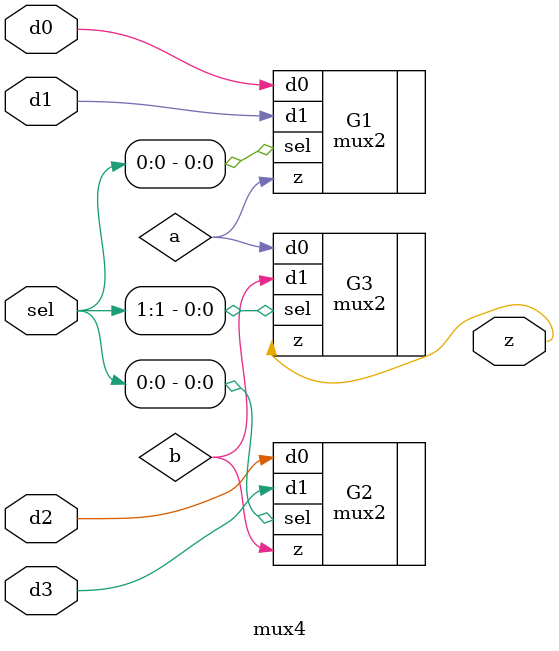
<source format=sv>
module mux4 (
    input logic d0,          // Data input 0
    input logic d1,          // Data input 1
    input logic d2,          // Data input 2
    input logic d3,          // Data input 3
    input logic [1:0] sel,   // Select input
    output logic z           // Output
);

logic a, b;
mux2 G1 (.d0(d0), .d1(d1), .sel(sel[0]), .z(a));
mux2 G2 (.d0(d2), .d1(d3), .sel(sel[0]), .z(b));
mux2 G3 (.d0(a), .d1(b), .sel(sel[1]), .z(z));

endmodule

</source>
